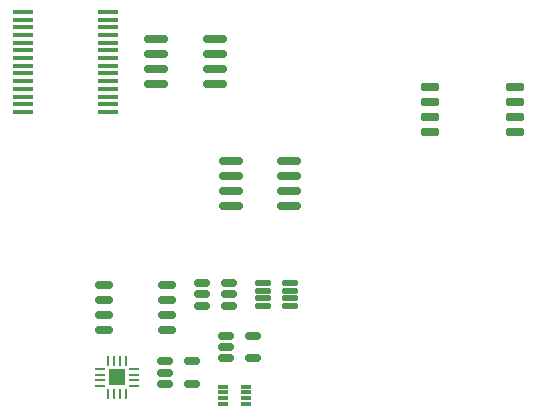
<source format=gbr>
%TF.GenerationSoftware,KiCad,Pcbnew,(6.0.7)*%
%TF.CreationDate,2022-08-18T15:11:27+03:00*%
%TF.ProjectId,mp3_test_board,6d70335f-7465-4737-945f-626f6172642e,rev?*%
%TF.SameCoordinates,Original*%
%TF.FileFunction,Soldermask,Top*%
%TF.FilePolarity,Negative*%
%FSLAX46Y46*%
G04 Gerber Fmt 4.6, Leading zero omitted, Abs format (unit mm)*
G04 Created by KiCad (PCBNEW (6.0.7)) date 2022-08-18 15:11:27*
%MOMM*%
%LPD*%
G01*
G04 APERTURE LIST*
G04 Aperture macros list*
%AMRoundRect*
0 Rectangle with rounded corners*
0 $1 Rounding radius*
0 $2 $3 $4 $5 $6 $7 $8 $9 X,Y pos of 4 corners*
0 Add a 4 corners polygon primitive as box body*
4,1,4,$2,$3,$4,$5,$6,$7,$8,$9,$2,$3,0*
0 Add four circle primitives for the rounded corners*
1,1,$1+$1,$2,$3*
1,1,$1+$1,$4,$5*
1,1,$1+$1,$6,$7*
1,1,$1+$1,$8,$9*
0 Add four rect primitives between the rounded corners*
20,1,$1+$1,$2,$3,$4,$5,0*
20,1,$1+$1,$4,$5,$6,$7,0*
20,1,$1+$1,$6,$7,$8,$9,0*
20,1,$1+$1,$8,$9,$2,$3,0*%
G04 Aperture macros list end*
%ADD10RoundRect,0.150000X-0.650000X-0.150000X0.650000X-0.150000X0.650000X0.150000X-0.650000X0.150000X0*%
%ADD11RoundRect,0.150000X-0.825000X-0.150000X0.825000X-0.150000X0.825000X0.150000X-0.825000X0.150000X0*%
%ADD12R,1.750000X0.450000*%
%ADD13RoundRect,0.150000X-0.512500X-0.150000X0.512500X-0.150000X0.512500X0.150000X-0.512500X0.150000X0*%
%ADD14RoundRect,0.150000X-0.625000X-0.150000X0.625000X-0.150000X0.625000X0.150000X-0.625000X0.150000X0*%
%ADD15RoundRect,0.062500X-0.375000X-0.062500X0.375000X-0.062500X0.375000X0.062500X-0.375000X0.062500X0*%
%ADD16RoundRect,0.062500X-0.062500X-0.375000X0.062500X-0.375000X0.062500X0.375000X-0.062500X0.375000X0*%
%ADD17R,1.450000X1.450000*%
%ADD18RoundRect,0.125000X-0.537500X-0.125000X0.537500X-0.125000X0.537500X0.125000X-0.537500X0.125000X0*%
%ADD19R,0.850000X0.300000*%
G04 APERTURE END LIST*
D10*
%TO.C,U12*%
X162900000Y-85940000D03*
X162900000Y-87210000D03*
X162900000Y-88480000D03*
X162900000Y-89750000D03*
X170100000Y-89750000D03*
X170100000Y-88480000D03*
X170100000Y-87210000D03*
X170100000Y-85940000D03*
%TD*%
D11*
%TO.C,U11*%
X146055000Y-92230000D03*
X146055000Y-93500000D03*
X146055000Y-94770000D03*
X146055000Y-96040000D03*
X151005000Y-96040000D03*
X151005000Y-94770000D03*
X151005000Y-93500000D03*
X151005000Y-92230000D03*
%TD*%
%TO.C,U10*%
X139765000Y-81915000D03*
X139765000Y-83185000D03*
X139765000Y-84455000D03*
X139765000Y-85725000D03*
X144715000Y-85725000D03*
X144715000Y-84455000D03*
X144715000Y-83185000D03*
X144715000Y-81915000D03*
%TD*%
D12*
%TO.C,U9*%
X128480000Y-79595000D03*
X128480000Y-80245000D03*
X128480000Y-80895000D03*
X128480000Y-81545000D03*
X128480000Y-82195000D03*
X128480000Y-82845000D03*
X128480000Y-83495000D03*
X128480000Y-84145000D03*
X128480000Y-84795000D03*
X128480000Y-85445000D03*
X128480000Y-86095000D03*
X128480000Y-86745000D03*
X128480000Y-87395000D03*
X128480000Y-88045000D03*
X135680000Y-88045000D03*
X135680000Y-87395000D03*
X135680000Y-86745000D03*
X135680000Y-86095000D03*
X135680000Y-85445000D03*
X135680000Y-84795000D03*
X135680000Y-84145000D03*
X135680000Y-83495000D03*
X135680000Y-82845000D03*
X135680000Y-82195000D03*
X135680000Y-81545000D03*
X135680000Y-80895000D03*
X135680000Y-80245000D03*
X135680000Y-79595000D03*
%TD*%
D13*
%TO.C,U7*%
X145632500Y-107005000D03*
X145632500Y-107955000D03*
X145632500Y-108905000D03*
X147907500Y-108905000D03*
X147907500Y-107005000D03*
%TD*%
%TO.C,U6*%
X140482500Y-109165000D03*
X140482500Y-110115000D03*
X140482500Y-111065000D03*
X142757500Y-111065000D03*
X142757500Y-109165000D03*
%TD*%
D14*
%TO.C,U5*%
X135305000Y-102680000D03*
X135305000Y-103950000D03*
X135305000Y-105220000D03*
X135305000Y-106490000D03*
X140655000Y-106490000D03*
X140655000Y-105220000D03*
X140655000Y-103950000D03*
X140655000Y-102680000D03*
%TD*%
D15*
%TO.C,U4*%
X134962500Y-109785000D03*
X134962500Y-110285000D03*
X134962500Y-110785000D03*
X134962500Y-111285000D03*
D16*
X135650000Y-111972500D03*
X136150000Y-111972500D03*
X136650000Y-111972500D03*
X137150000Y-111972500D03*
D15*
X137837500Y-111285000D03*
X137837500Y-110785000D03*
X137837500Y-110285000D03*
X137837500Y-109785000D03*
D16*
X137150000Y-109097500D03*
X136650000Y-109097500D03*
X136150000Y-109097500D03*
X135650000Y-109097500D03*
D17*
X136400000Y-110535000D03*
%TD*%
D18*
%TO.C,U3*%
X148792500Y-102530000D03*
X148792500Y-103180000D03*
X148792500Y-103830000D03*
X148792500Y-104480000D03*
X151067500Y-104480000D03*
X151067500Y-103830000D03*
X151067500Y-103180000D03*
X151067500Y-102530000D03*
%TD*%
D19*
%TO.C,U2*%
X145420000Y-111305000D03*
X145420000Y-111805000D03*
X145420000Y-112305000D03*
X145420000Y-112805000D03*
X147320000Y-112805000D03*
X147320000Y-112305000D03*
X147320000Y-111805000D03*
X147320000Y-111305000D03*
%TD*%
D13*
%TO.C,U1*%
X143642500Y-102555000D03*
X143642500Y-103505000D03*
X143642500Y-104455000D03*
X145917500Y-104455000D03*
X145917500Y-103505000D03*
X145917500Y-102555000D03*
%TD*%
M02*

</source>
